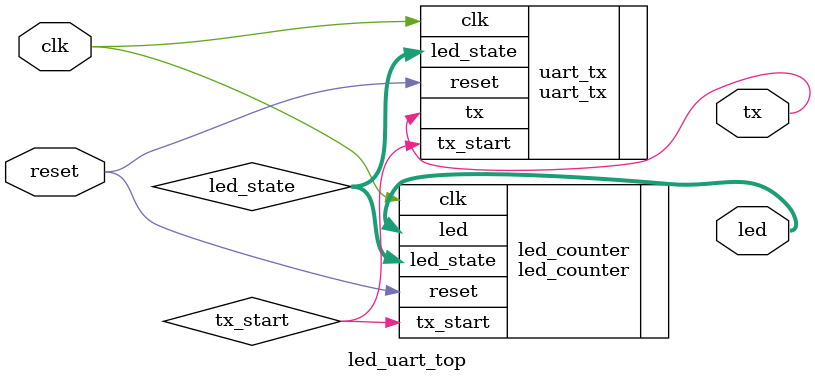
<source format=v>
`ifndef LED_UART_TOP
`define LED_UART_TOP

`include "led_counter.v"
`include "uart_tx.v"


module led_uart_top(
    input  wire         clk,
    input  wire         reset,
    output wire [3:0]   led,
    output wire         tx
);
    
wire [3:0]  led_state;  // led state
wire        tx_start;

led_counter led_counter (
    .clk(clk),          // 50 MHz clock
    .reset(reset),        // reset signal
    .led(led),     // 4bits led
    .led_state(led_state),  // led state
    .tx_start(tx_start)
);
    
    
uart_tx uart_tx(

    .clk(clk),
    .reset(reset),
    .tx_start(tx_start),
    .led_state(led_state),
    .tx(tx)
	
);
endmodule
`endif
</source>
